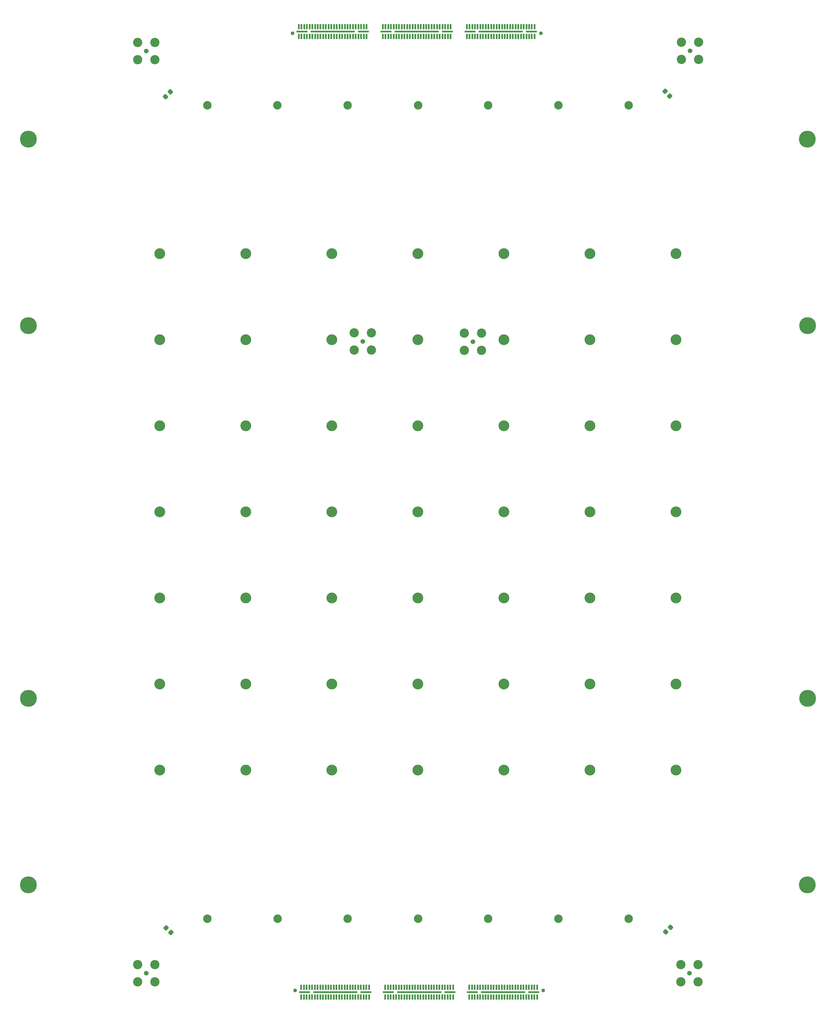
<source format=gbr>
%TF.GenerationSoftware,KiCad,Pcbnew,7.0.2*%
%TF.CreationDate,2023-05-22T19:30:06+02:00*%
%TF.ProjectId,Board2 - Housing and Samtech,426f6172-6432-4202-9d20-486f7573696e,rev?*%
%TF.SameCoordinates,Original*%
%TF.FileFunction,Soldermask,Bot*%
%TF.FilePolarity,Negative*%
%FSLAX46Y46*%
G04 Gerber Fmt 4.6, Leading zero omitted, Abs format (unit mm)*
G04 Created by KiCad (PCBNEW 7.0.2) date 2023-05-22 19:30:06*
%MOMM*%
%LPD*%
G01*
G04 APERTURE LIST*
G04 Aperture macros list*
%AMRoundRect*
0 Rectangle with rounded corners*
0 $1 Rounding radius*
0 $2 $3 $4 $5 $6 $7 $8 $9 X,Y pos of 4 corners*
0 Add a 4 corners polygon primitive as box body*
4,1,4,$2,$3,$4,$5,$6,$7,$8,$9,$2,$3,0*
0 Add four circle primitives for the rounded corners*
1,1,$1+$1,$2,$3*
1,1,$1+$1,$4,$5*
1,1,$1+$1,$6,$7*
1,1,$1+$1,$8,$9*
0 Add four rect primitives between the rounded corners*
20,1,$1+$1,$2,$3,$4,$5,0*
20,1,$1+$1,$4,$5,$6,$7,0*
20,1,$1+$1,$6,$7,$8,$9,0*
20,1,$1+$1,$8,$9,$2,$3,0*%
G04 Aperture macros list end*
%ADD10C,3.200000*%
%ADD11C,2.500000*%
%ADD12C,1.371600*%
%ADD13C,2.740000*%
%ADD14C,5.000000*%
%ADD15RoundRect,0.250000X-0.070711X0.565685X-0.565685X0.070711X0.070711X-0.565685X0.565685X-0.070711X0*%
%ADD16RoundRect,0.250000X-0.565685X-0.070711X-0.070711X-0.565685X0.565685X0.070711X0.070711X0.565685X0*%
%ADD17RoundRect,0.250000X0.070711X-0.565685X0.565685X-0.070711X-0.070711X0.565685X-0.565685X0.070711X0*%
%ADD18C,1.130000*%
%ADD19R,0.500000X1.500000*%
%ADD20R,3.280000X0.510000*%
%ADD21R,13.150000X0.510000*%
%ADD22RoundRect,0.250000X0.565685X0.070711X0.070711X0.565685X-0.565685X-0.070711X-0.070711X-0.565685X0*%
G04 APERTURE END LIST*
D10*
%TO.C,REF\u002A\u002A4*%
X235356400Y-134137400D03*
%TD*%
%TO.C,REF\u002A\u002A13*%
X286156400Y-159537400D03*
%TD*%
%TO.C,REF\u002A\u002A*%
X209956400Y-134137400D03*
%TD*%
%TO.C,REF\u002A\u002A28*%
X311556400Y-210337400D03*
%TD*%
%TO.C,REF\u002A\u002A24*%
X209956400Y-210337400D03*
%TD*%
%TO.C,REF\u002A\u002A6*%
X286156400Y-134137400D03*
%TD*%
%TO.C,REF\u002A\u002A31*%
X209956400Y-235737400D03*
%TD*%
%TO.C,REF\u002A\u002A32*%
X235356400Y-235737400D03*
%TD*%
%TO.C,REF\u002A\u002A48*%
X286156400Y-286537400D03*
%TD*%
%TO.C,REF\u002A\u002A37*%
X362356400Y-235737400D03*
%TD*%
%TO.C,REF\u002A\u002A47*%
X260756400Y-286537400D03*
%TD*%
%TO.C,REF\u002A\u002A5*%
X260756400Y-134137400D03*
%TD*%
%TO.C,REF\u002A\u002A30*%
X362356400Y-210337400D03*
%TD*%
%TO.C,REF\u002A\u002A33*%
X260756400Y-235737400D03*
%TD*%
%TO.C,REF\u002A\u002A51*%
X362356400Y-286537400D03*
%TD*%
%TO.C,REF\u002A\u002A29*%
X336956400Y-210337400D03*
%TD*%
%TO.C,REF\u002A\u002A16*%
X362356400Y-159537400D03*
%TD*%
%TO.C,REF\u002A\u002A43*%
X336956400Y-261137400D03*
%TD*%
%TO.C,REF\u002A\u002A17*%
X209956400Y-184937400D03*
%TD*%
%TO.C,REF\u002A\u002A35*%
X311556400Y-235737400D03*
%TD*%
%TO.C,REF\u002A\u002A9*%
X362356400Y-134137400D03*
%TD*%
%TO.C,REF\u002A\u002A44*%
X362356400Y-261137400D03*
%TD*%
%TO.C,REF\u002A\u002A45*%
X209956400Y-286537400D03*
%TD*%
%TO.C,REF\u002A\u002A38*%
X209956400Y-261137400D03*
%TD*%
%TO.C,REF\u002A\u002A27*%
X286156400Y-210337400D03*
%TD*%
%TO.C,REF\u002A\u002A14*%
X311556400Y-159537400D03*
%TD*%
%TO.C,REF\u002A\u002A49*%
X311556400Y-286537400D03*
%TD*%
%TO.C,REF\u002A\u002A11*%
X235356400Y-159537400D03*
%TD*%
%TO.C,REF\u002A\u002A15*%
X336956400Y-159537400D03*
%TD*%
%TO.C,REF\u002A\u002A18*%
X235356400Y-184937400D03*
%TD*%
%TO.C,REF\u002A\u002A46*%
X235356400Y-286537400D03*
%TD*%
%TO.C,REF\u002A\u002A8*%
X336956400Y-134137400D03*
%TD*%
%TO.C,REF\u002A\u002A50*%
X336956400Y-286537400D03*
%TD*%
%TO.C,REF\u002A\u002A25*%
X235356400Y-210337400D03*
%TD*%
%TO.C,REF\u002A\u002A22*%
X336956400Y-184937400D03*
%TD*%
%TO.C,REF\u002A\u002A21*%
X311556400Y-184937400D03*
%TD*%
%TO.C,REF\u002A\u002A42*%
X311556400Y-261137400D03*
%TD*%
%TO.C,REF\u002A\u002A41*%
X286156400Y-261137400D03*
%TD*%
%TO.C,REF\u002A\u002A23*%
X362356400Y-184937400D03*
%TD*%
%TO.C,REF\u002A\u002A20*%
X286156400Y-184937400D03*
%TD*%
%TO.C,REF\u002A\u002A26*%
X260756400Y-210337400D03*
%TD*%
%TO.C,REF\u002A\u002A39*%
X235356400Y-261137400D03*
%TD*%
%TO.C,REF\u002A\u002A7*%
X311556400Y-134137400D03*
%TD*%
%TO.C,REF\u002A\u002A12*%
X260756400Y-159537400D03*
%TD*%
%TO.C,REF\u002A\u002A10*%
X209956400Y-159537400D03*
%TD*%
%TO.C,REF\u002A\u002A19*%
X260756400Y-184937400D03*
%TD*%
%TO.C,REF\u002A\u002A36*%
X336956400Y-235737400D03*
%TD*%
%TO.C,REF\u002A\u002A40*%
X260756400Y-261137400D03*
%TD*%
%TO.C,REF\u002A\u002A34*%
X286156400Y-235737400D03*
%TD*%
D11*
%TO.C,*%
X244733879Y-330344550D03*
%TD*%
D12*
%TO.C,REF\u002A\u002A*%
X205950000Y-346460000D03*
D13*
X208490000Y-349000000D03*
X208490000Y-343920000D03*
X203410000Y-349000000D03*
X203410000Y-343920000D03*
%TD*%
D14*
%TO.C,REF\u002A\u002A1*%
X401156400Y-100337400D03*
%TD*%
D11*
%TO.C,*%
X286186679Y-90314550D03*
%TD*%
%TO.C,*%
X348365879Y-330344550D03*
%TD*%
D14*
%TO.C,*%
X401197879Y-265371350D03*
%TD*%
D11*
%TO.C,*%
X223956679Y-90314550D03*
%TD*%
%TO.C,*%
X286186679Y-330344550D03*
%TD*%
D15*
%TO.C,R2*%
X360702558Y-332879100D03*
X359288344Y-334293314D03*
%TD*%
D11*
%TO.C,*%
X244683079Y-90314550D03*
%TD*%
D12*
%TO.C,REF\u002A\u002A*%
X366520000Y-74270000D03*
D13*
X369060000Y-76810000D03*
X369060000Y-71730000D03*
X363980000Y-76810000D03*
X363980000Y-71730000D03*
%TD*%
D11*
%TO.C,*%
X224007479Y-330344550D03*
%TD*%
D14*
%TO.C,REF\u002A\u002A2*%
X171156400Y-320337400D03*
%TD*%
%TO.C,REF\u002A\u002A3*%
X401156400Y-320337400D03*
%TD*%
D11*
%TO.C,*%
X265409479Y-330344550D03*
%TD*%
%TO.C,*%
X265409479Y-90314550D03*
%TD*%
%TO.C,*%
X327639479Y-330344550D03*
%TD*%
%TO.C,*%
X327639479Y-90314550D03*
%TD*%
D12*
%TO.C,REF\u002A\u002A*%
X302420000Y-160080000D03*
D13*
X304960000Y-162620000D03*
X304960000Y-157540000D03*
X299880000Y-162620000D03*
X299880000Y-157540000D03*
%TD*%
D16*
%TO.C,R1*%
X211815451Y-333051993D03*
X213229665Y-334466207D03*
%TD*%
D17*
%TO.C,R3*%
X211620000Y-87780000D03*
X213034214Y-86365786D03*
%TD*%
D12*
%TO.C,REF\u002A\u002A*%
X269910000Y-160030000D03*
D13*
X272450000Y-162570000D03*
X272450000Y-157490000D03*
X267370000Y-162570000D03*
X267370000Y-157490000D03*
%TD*%
D11*
%TO.C,*%
X348365879Y-90314550D03*
%TD*%
D18*
%TO.C,J1*%
X322441479Y-69080000D03*
X249141479Y-69080000D03*
D19*
X320591479Y-67155000D03*
X320591479Y-70005000D03*
X319791479Y-67155000D03*
X319791479Y-70005000D03*
X318991479Y-67155000D03*
X318991479Y-70005000D03*
X318191479Y-67155000D03*
X318191479Y-70005000D03*
X317391479Y-67155000D03*
X317391479Y-70005000D03*
X316591479Y-67155000D03*
X316591479Y-70005000D03*
X315791479Y-67155000D03*
X315791479Y-70005000D03*
X314991479Y-67155000D03*
X314991479Y-70005000D03*
X314191479Y-67155000D03*
X314191479Y-70005000D03*
X313391479Y-67155000D03*
X313391479Y-70005000D03*
X312591479Y-67155000D03*
X312591479Y-70005000D03*
X311791479Y-67155000D03*
X311791479Y-70005000D03*
X310991479Y-67155000D03*
X310991479Y-70005000D03*
X310191479Y-67155000D03*
X310191479Y-70005000D03*
X309391479Y-67155000D03*
X309391479Y-70005000D03*
X308591479Y-67155000D03*
X308591479Y-70005000D03*
X307791479Y-67155000D03*
X307791479Y-70005000D03*
X306991479Y-67155000D03*
X306991479Y-70005000D03*
X306191479Y-67155000D03*
X306191479Y-70005000D03*
X305391479Y-67155000D03*
X305391479Y-70005000D03*
X304591479Y-67155000D03*
X304591479Y-70005000D03*
X303791479Y-67155000D03*
X303791479Y-70005000D03*
X302991479Y-67155000D03*
X302991479Y-70005000D03*
X302191479Y-67155000D03*
X302191479Y-70005000D03*
X301391479Y-67155000D03*
X301391479Y-70005000D03*
X300591479Y-67155000D03*
X300591479Y-70005000D03*
X295791479Y-67155000D03*
X295791479Y-70005000D03*
X294991479Y-67155000D03*
X294991479Y-70005000D03*
X294191479Y-67155000D03*
X294191479Y-70005000D03*
X293391479Y-67155000D03*
X293391479Y-70005000D03*
X292591479Y-67155000D03*
X292591479Y-70005000D03*
X291791479Y-67155000D03*
X291791479Y-70005000D03*
X290991479Y-67155000D03*
X290991479Y-70005000D03*
X290191479Y-67155000D03*
X290191479Y-70005000D03*
X289391479Y-67155000D03*
X289391479Y-70005000D03*
X288591479Y-67155000D03*
X288591479Y-70005000D03*
X287791479Y-67155000D03*
X287791479Y-70005000D03*
X286991479Y-67155000D03*
X286991479Y-70005000D03*
X286191479Y-67155000D03*
X286191479Y-70005000D03*
X285391479Y-67155000D03*
X285391479Y-70005000D03*
X284591479Y-67155000D03*
X284591479Y-70005000D03*
X283791479Y-67155000D03*
X283791479Y-70005000D03*
X282991479Y-67155000D03*
X282991479Y-70005000D03*
X282191479Y-67155000D03*
X282191479Y-70005000D03*
X281391479Y-67155000D03*
X281391479Y-70005000D03*
X280591479Y-67155000D03*
X280591479Y-70005000D03*
X279791479Y-67155000D03*
X279791479Y-70005000D03*
X278991479Y-67155000D03*
X278991479Y-70005000D03*
X278191479Y-67155000D03*
X278191479Y-70005000D03*
X277391479Y-67155000D03*
X277391479Y-70005000D03*
X276591479Y-67155000D03*
X276591479Y-70005000D03*
X275791479Y-67155000D03*
X275791479Y-70005000D03*
X270991479Y-67155000D03*
X270991479Y-70005000D03*
X270191479Y-67155000D03*
X270191479Y-70005000D03*
X269391479Y-67155000D03*
X269391479Y-70005000D03*
X268591479Y-67155000D03*
X268591479Y-70005000D03*
X267791479Y-67155000D03*
X267791479Y-70005000D03*
X266991479Y-67155000D03*
X266991479Y-70005000D03*
X266191479Y-67155000D03*
X266191479Y-70005000D03*
X265391479Y-67155000D03*
X265391479Y-70005000D03*
X264591479Y-67155000D03*
X264591479Y-70005000D03*
X263791479Y-67155000D03*
X263791479Y-70005000D03*
X262991479Y-67155000D03*
X262991479Y-70005000D03*
X262191479Y-67155000D03*
X262191479Y-70005000D03*
X261391479Y-67155000D03*
X261391479Y-70005000D03*
X260591479Y-67155000D03*
X260591479Y-70005000D03*
X259791479Y-67155000D03*
X259791479Y-70005000D03*
X258991479Y-67155000D03*
X258991479Y-70005000D03*
X258191479Y-67155000D03*
X258191479Y-70005000D03*
X257391479Y-67155000D03*
X257391479Y-70005000D03*
X256591479Y-67155000D03*
X256591479Y-70005000D03*
X255791479Y-67155000D03*
X255791479Y-70005000D03*
X254991479Y-67155000D03*
X254991479Y-70005000D03*
X254191479Y-67155000D03*
X254191479Y-70005000D03*
X253391479Y-67155000D03*
X253391479Y-70005000D03*
X252591479Y-67155000D03*
X252591479Y-70005000D03*
X251791479Y-67155000D03*
X251791479Y-70005000D03*
X250991479Y-67155000D03*
X250991479Y-70005000D03*
D20*
X319656479Y-68580000D03*
D21*
X310591479Y-68580000D03*
D20*
X301526479Y-68580000D03*
X294856479Y-68580000D03*
D21*
X285791479Y-68580000D03*
D20*
X276726479Y-68580000D03*
X270056479Y-68580000D03*
D21*
X260991479Y-68580000D03*
D20*
X251926479Y-68580000D03*
%TD*%
D12*
%TO.C,REF\u002A\u002A*%
X205980000Y-74300000D03*
D13*
X208520000Y-76840000D03*
X208520000Y-71760000D03*
X203440000Y-76840000D03*
X203440000Y-71760000D03*
%TD*%
D14*
%TO.C,*%
X171175479Y-155338550D03*
%TD*%
D18*
%TO.C,J2*%
X249871321Y-351569400D03*
X323171321Y-351569400D03*
D19*
X251721321Y-353494400D03*
X251721321Y-350644400D03*
X252521321Y-353494400D03*
X252521321Y-350644400D03*
X253321321Y-353494400D03*
X253321321Y-350644400D03*
X254121321Y-353494400D03*
X254121321Y-350644400D03*
X254921321Y-353494400D03*
X254921321Y-350644400D03*
X255721321Y-353494400D03*
X255721321Y-350644400D03*
X256521321Y-353494400D03*
X256521321Y-350644400D03*
X257321321Y-353494400D03*
X257321321Y-350644400D03*
X258121321Y-353494400D03*
X258121321Y-350644400D03*
X258921321Y-353494400D03*
X258921321Y-350644400D03*
X259721321Y-353494400D03*
X259721321Y-350644400D03*
X260521321Y-353494400D03*
X260521321Y-350644400D03*
X261321321Y-353494400D03*
X261321321Y-350644400D03*
X262121321Y-353494400D03*
X262121321Y-350644400D03*
X262921321Y-353494400D03*
X262921321Y-350644400D03*
X263721321Y-353494400D03*
X263721321Y-350644400D03*
X264521321Y-353494400D03*
X264521321Y-350644400D03*
X265321321Y-353494400D03*
X265321321Y-350644400D03*
X266121321Y-353494400D03*
X266121321Y-350644400D03*
X266921321Y-353494400D03*
X266921321Y-350644400D03*
X267721321Y-353494400D03*
X267721321Y-350644400D03*
X268521321Y-353494400D03*
X268521321Y-350644400D03*
X269321321Y-353494400D03*
X269321321Y-350644400D03*
X270121321Y-353494400D03*
X270121321Y-350644400D03*
X270921321Y-353494400D03*
X270921321Y-350644400D03*
X271721321Y-353494400D03*
X271721321Y-350644400D03*
X276521321Y-353494400D03*
X276521321Y-350644400D03*
X277321321Y-353494400D03*
X277321321Y-350644400D03*
X278121321Y-353494400D03*
X278121321Y-350644400D03*
X278921321Y-353494400D03*
X278921321Y-350644400D03*
X279721321Y-353494400D03*
X279721321Y-350644400D03*
X280521321Y-353494400D03*
X280521321Y-350644400D03*
X281321321Y-353494400D03*
X281321321Y-350644400D03*
X282121321Y-353494400D03*
X282121321Y-350644400D03*
X282921321Y-353494400D03*
X282921321Y-350644400D03*
X283721321Y-353494400D03*
X283721321Y-350644400D03*
X284521321Y-353494400D03*
X284521321Y-350644400D03*
X285321321Y-353494400D03*
X285321321Y-350644400D03*
X286121321Y-353494400D03*
X286121321Y-350644400D03*
X286921321Y-353494400D03*
X286921321Y-350644400D03*
X287721321Y-353494400D03*
X287721321Y-350644400D03*
X288521321Y-353494400D03*
X288521321Y-350644400D03*
X289321321Y-353494400D03*
X289321321Y-350644400D03*
X290121321Y-353494400D03*
X290121321Y-350644400D03*
X290921321Y-353494400D03*
X290921321Y-350644400D03*
X291721321Y-353494400D03*
X291721321Y-350644400D03*
X292521321Y-353494400D03*
X292521321Y-350644400D03*
X293321321Y-353494400D03*
X293321321Y-350644400D03*
X294121321Y-353494400D03*
X294121321Y-350644400D03*
X294921321Y-353494400D03*
X294921321Y-350644400D03*
X295721321Y-353494400D03*
X295721321Y-350644400D03*
X296521321Y-353494400D03*
X296521321Y-350644400D03*
X301321321Y-353494400D03*
X301321321Y-350644400D03*
X302121321Y-353494400D03*
X302121321Y-350644400D03*
X302921321Y-353494400D03*
X302921321Y-350644400D03*
X303721321Y-353494400D03*
X303721321Y-350644400D03*
X304521321Y-353494400D03*
X304521321Y-350644400D03*
X305321321Y-353494400D03*
X305321321Y-350644400D03*
X306121321Y-353494400D03*
X306121321Y-350644400D03*
X306921321Y-353494400D03*
X306921321Y-350644400D03*
X307721321Y-353494400D03*
X307721321Y-350644400D03*
X308521321Y-353494400D03*
X308521321Y-350644400D03*
X309321321Y-353494400D03*
X309321321Y-350644400D03*
X310121321Y-353494400D03*
X310121321Y-350644400D03*
X310921321Y-353494400D03*
X310921321Y-350644400D03*
X311721321Y-353494400D03*
X311721321Y-350644400D03*
X312521321Y-353494400D03*
X312521321Y-350644400D03*
X313321321Y-353494400D03*
X313321321Y-350644400D03*
X314121321Y-353494400D03*
X314121321Y-350644400D03*
X314921321Y-353494400D03*
X314921321Y-350644400D03*
X315721321Y-353494400D03*
X315721321Y-350644400D03*
X316521321Y-353494400D03*
X316521321Y-350644400D03*
X317321321Y-353494400D03*
X317321321Y-350644400D03*
X318121321Y-353494400D03*
X318121321Y-350644400D03*
X318921321Y-353494400D03*
X318921321Y-350644400D03*
X319721321Y-353494400D03*
X319721321Y-350644400D03*
X320521321Y-353494400D03*
X320521321Y-350644400D03*
X321321321Y-353494400D03*
X321321321Y-350644400D03*
D20*
X252656321Y-352069400D03*
D21*
X261721321Y-352069400D03*
D20*
X270786321Y-352069400D03*
X277456321Y-352069400D03*
D21*
X286521321Y-352069400D03*
D20*
X295586321Y-352069400D03*
X302256321Y-352069400D03*
D21*
X311321321Y-352069400D03*
D20*
X320386321Y-352069400D03*
%TD*%
D14*
%TO.C,*%
X401197879Y-155389350D03*
%TD*%
D11*
%TO.C,*%
X306913079Y-330344550D03*
%TD*%
D14*
%TO.C,*%
X171175479Y-265371350D03*
%TD*%
D11*
%TO.C,*%
X306913079Y-90314550D03*
%TD*%
D12*
%TO.C,REF\u002A\u002A*%
X366310000Y-346490000D03*
D13*
X368850000Y-349030000D03*
X368850000Y-343950000D03*
X363770000Y-349030000D03*
X363770000Y-343950000D03*
%TD*%
D14*
%TO.C,REF\u002A\u002A*%
X171156400Y-100337400D03*
%TD*%
D22*
%TO.C,R4*%
X360507107Y-87607107D03*
X359092893Y-86192893D03*
%TD*%
M02*

</source>
